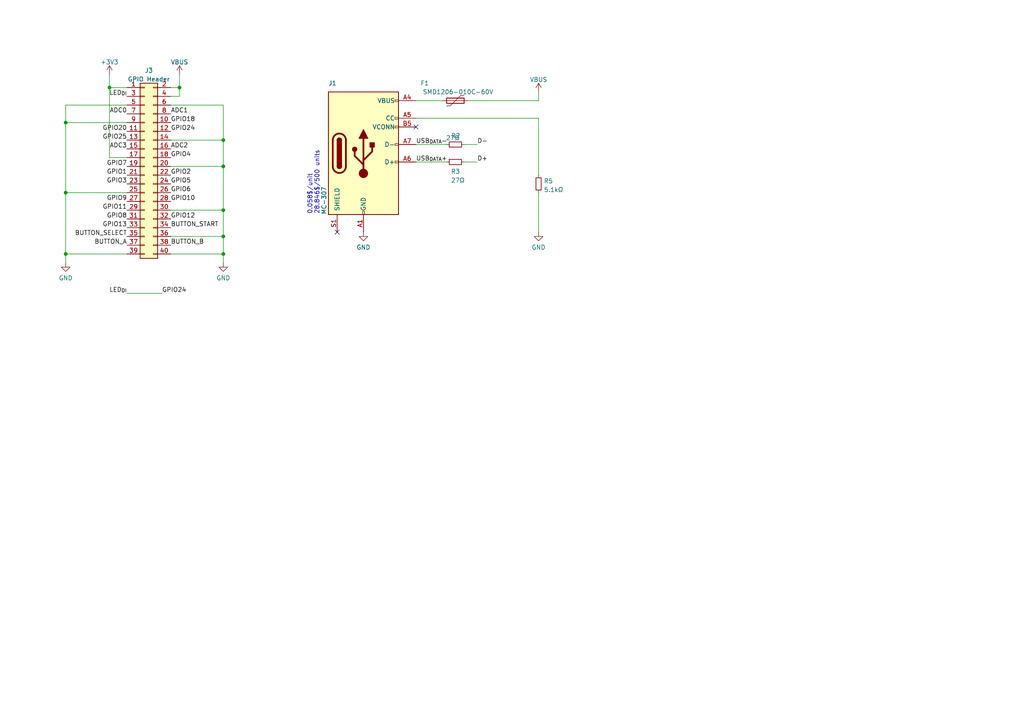
<source format=kicad_sch>
(kicad_sch (version 20211123) (generator eeschema)
  (paper "A4")
  (title_block (title "Soldering Induction (July 2022)") (date "2022-07-19") (rev "3.5.0") (company "UNSW Engineering Makerspace"))
  (lib_symbols
    (symbol "4ms_Power-symbol:GND" (power) (pin_names (offset 0))
      (property "Value" "GND" (at 0 -3.81 0))
      (symbol "GND_0_1"
        (polyline (pts (xy 0 0) (xy 0 -1.27) (xy 1.27 -1.27) (xy 0 -2.54) (xy -1.27 -1.27) (xy 0 -1.27)))
      )
      (symbol "GND_1_1"
        (pin power_in line (at 0 0 270) (length 0) hide (name "GND") (number "1"))
      )
    )
    (symbol "Connector:USB_C_Plug_USB2.0" (pin_names (offset 1.016))
      (property "Reference" "P" (at -10.16 19.05 0))
      (property "Value" "USB_C_Plug_USB2.0" (at 12.7 19.05 0))
      (symbol "USB_C_Plug_USB2.0_0_0"
        (rectangle (start -0.254 -17.78) (end 0.254 -16.764))
        (rectangle (start 10.16 -2.286) (end 9.144 -2.794))
        (rectangle (start 10.16 2.794) (end 9.144 2.286))
        (rectangle (start 10.16 7.874) (end 9.144 7.366))
        (rectangle (start 10.16 10.414) (end 9.144 9.906))
        (rectangle (start 10.16 15.494) (end 9.144 14.986))
      )
      (symbol "USB_C_Plug_USB2.0_0_1"
        (rectangle (start -10.16 17.78) (end 10.16 -17.78) (stroke (width 0.254)) (fill (type background)))
        (arc (start -8.89 -3.81) (mid -6.985 -5.715) (end -5.08 -3.81) (stroke (width 0.508)))
        (arc (start -7.62 -3.81) (mid -6.985 -4.445) (end -6.35 -3.81) (stroke (width 0.254)))
        (arc (start -7.62 -3.81) (mid -6.985 -4.445) (end -6.35 -3.81) (stroke (width 0.254)) (fill (type outline)))
        (rectangle (start -7.62 -3.81) (end -6.35 3.81) (stroke (width 0.254)) (fill (type outline)))
        (arc (start -6.35 3.81) (mid -6.985 4.445) (end -7.62 3.81) (stroke (width 0.254)))
        (arc (start -6.35 3.81) (mid -6.985 4.445) (end -7.62 3.81) (stroke (width 0.254)) (fill (type outline)))
        (arc (start -5.08 3.81) (mid -6.985 5.715) (end -8.89 3.81) (stroke (width 0.508)))
        (circle (center -2.54 1.143) (radius 0.635) (stroke (width 0.254)) (fill (type outline)))
        (circle (center 0 -5.842) (radius 1.27) (fill (type outline)))
        (polyline (pts (xy -8.89 -3.81) (xy -8.89 3.81)) (stroke (width 0.508)))
        (polyline (pts (xy -5.08 3.81) (xy -5.08 -3.81)) (stroke (width 0.508)))
        (polyline (pts (xy 0 -5.842) (xy 0 4.318)) (stroke (width 0.508)))
        (polyline (pts (xy 0 -3.302) (xy -2.54 -0.762) (xy -2.54 0.508)) (stroke (width 0.508)))
        (polyline (pts (xy 0 -2.032) (xy 2.54 0.508) (xy 2.54 1.778)) (stroke (width 0.508)))
        (polyline (pts (xy -1.27 4.318) (xy 0 6.858) (xy 1.27 4.318) (xy -1.27 4.318)) (stroke (width 0.254)) (fill (type outline)))
        (rectangle (start 1.905 1.778) (end 3.175 3.048) (stroke (width 0.254)) (fill (type outline)))
      )
      (symbol "USB_C_Plug_USB2.0_1_1"
        (pin passive line (at 0 -22.86 90) (length 5.08) (name "GND") (number "A1"))
        (pin passive line (at 0 -22.86 90) (length 5.08) hide (name "GND") (number "A12"))
        (pin passive line (at 15.24 15.24 180) (length 5.08) (name "VBUS") (number "A4"))
        (pin bidirectional line (at 15.24 10.16 180) (length 5.08) (name "CC") (number "A5"))
        (pin bidirectional line (at 15.24 -2.54 180) (length 5.08) (name "D+") (number "A6"))
        (pin bidirectional line (at 15.24 2.54 180) (length 5.08) (name "D-") (number "A7"))
        (pin passive line (at 15.24 15.24 180) (length 5.08) hide (name "VBUS") (number "A9"))
        (pin passive line (at 0 -22.86 90) (length 5.08) hide (name "GND") (number "B1"))
        (pin passive line (at 0 -22.86 90) (length 5.08) hide (name "GND") (number "B12"))
        (pin passive line (at 15.24 15.24 180) (length 5.08) hide (name "VBUS") (number "B4"))
        (pin bidirectional line (at 15.24 7.62 180) (length 5.08) (name "VCONN") (number "B5"))
        (pin passive line (at 15.24 15.24 180) (length 5.08) hide (name "VBUS") (number "B9"))
        (pin passive line (at -7.62 -22.86 90) (length 5.08) (name "SHIELD") (number "S1"))
      )
    )
    (symbol "Connector_Generic:Conn_02x20_Odd_Even" (pin_names (offset 1.016) hide)
      (property "Reference" "J" (at 1.27 25.4 0))
      (property "Value" "Conn_02x20_Odd_Even" (at 1.27 -27.94 0))
      (symbol "Conn_02x20_Odd_Even_1_1"
        (rectangle (start -1.27 -25.273) (end 0 -25.527) (stroke (width 0.1524)))
        (rectangle (start -1.27 -22.733) (end 0 -22.987) (stroke (width 0.1524)))
        (rectangle (start -1.27 -20.193) (end 0 -20.447) (stroke (width 0.1524)))
        (rectangle (start -1.27 -17.653) (end 0 -17.907) (stroke (width 0.1524)))
        (rectangle (start -1.27 -15.113) (end 0 -15.367) (stroke (width 0.1524)))
        (rectangle (start -1.27 -12.573) (end 0 -12.827) (stroke (width 0.1524)))
        (rectangle (start -1.27 -10.033) (end 0 -10.287) (stroke (width 0.1524)))
        (rectangle (start -1.27 -7.493) (end 0 -7.747) (stroke (width 0.1524)))
        (rectangle (start -1.27 -4.953) (end 0 -5.207) (stroke (width 0.1524)))
        (rectangle (start -1.27 -2.413) (end 0 -2.667) (stroke (width 0.1524)))
        (rectangle (start -1.27 0.127) (end 0 -0.127) (stroke (width 0.1524)))
        (rectangle (start -1.27 2.667) (end 0 2.413) (stroke (width 0.1524)))
        (rectangle (start -1.27 5.207) (end 0 4.953) (stroke (width 0.1524)))
        (rectangle (start -1.27 7.747) (end 0 7.493) (stroke (width 0.1524)))
        (rectangle (start -1.27 10.287) (end 0 10.033) (stroke (width 0.1524)))
        (rectangle (start -1.27 12.827) (end 0 12.573) (stroke (width 0.1524)))
        (rectangle (start -1.27 15.367) (end 0 15.113) (stroke (width 0.1524)))
        (rectangle (start -1.27 17.907) (end 0 17.653) (stroke (width 0.1524)))
        (rectangle (start -1.27 20.447) (end 0 20.193) (stroke (width 0.1524)))
        (rectangle (start -1.27 22.987) (end 0 22.733) (stroke (width 0.1524)))
        (rectangle (start -1.27 24.13) (end 3.81 -26.67) (stroke (width 0.254)) (fill (type background)))
        (rectangle (start 3.81 -25.273) (end 2.54 -25.527) (stroke (width 0.1524)))
        (rectangle (start 3.81 -22.733) (end 2.54 -22.987) (stroke (width 0.1524)))
        (rectangle (start 3.81 -20.193) (end 2.54 -20.447) (stroke (width 0.1524)))
        (rectangle (start 3.81 -17.653) (end 2.54 -17.907) (stroke (width 0.1524)))
        (rectangle (start 3.81 -15.113) (end 2.54 -15.367) (stroke (width 0.1524)))
        (rectangle (start 3.81 -12.573) (end 2.54 -12.827) (stroke (width 0.1524)))
        (rectangle (start 3.81 -10.033) (end 2.54 -10.287) (stroke (width 0.1524)))
        (rectangle (start 3.81 -7.493) (end 2.54 -7.747) (stroke (width 0.1524)))
        (rectangle (start 3.81 -4.953) (end 2.54 -5.207) (stroke (width 0.1524)))
        (rectangle (start 3.81 -2.413) (end 2.54 -2.667) (stroke (width 0.1524)))
        (rectangle (start 3.81 0.127) (end 2.54 -0.127) (stroke (width 0.1524)))
        (rectangle (start 3.81 2.667) (end 2.54 2.413) (stroke (width 0.1524)))
        (rectangle (start 3.81 5.207) (end 2.54 4.953) (stroke (width 0.1524)))
        (rectangle (start 3.81 7.747) (end 2.54 7.493) (stroke (width 0.1524)))
        (rectangle (start 3.81 10.287) (end 2.54 10.033) (stroke (width 0.1524)))
        (rectangle (start 3.81 12.827) (end 2.54 12.573) (stroke (width 0.1524)))
        (rectangle (start 3.81 15.367) (end 2.54 15.113) (stroke (width 0.1524)))
        (rectangle (start 3.81 17.907) (end 2.54 17.653) (stroke (width 0.1524)))
        (rectangle (start 3.81 20.447) (end 2.54 20.193) (stroke (width 0.1524)))
        (rectangle (start 3.81 22.987) (end 2.54 22.733) (stroke (width 0.1524)))
        (pin passive line (at -5.08 22.86 0) (length 3.81) (name "Pin_1") (number "1"))
        (pin passive line (at 7.62 12.7 180) (length 3.81) (name "Pin_10") (number "10"))
        (pin passive line (at -5.08 10.16 0) (length 3.81) (name "Pin_11") (number "11"))
        (pin passive line (at 7.62 10.16 180) (length 3.81) (name "Pin_12") (number "12"))
        (pin passive line (at -5.08 7.62 0) (length 3.81) (name "Pin_13") (number "13"))
        (pin passive line (at 7.62 7.62 180) (length 3.81) (name "Pin_14") (number "14"))
        (pin passive line (at -5.08 5.08 0) (length 3.81) (name "Pin_15") (number "15"))
        (pin passive line (at 7.62 5.08 180) (length 3.81) (name "Pin_16") (number "16"))
        (pin passive line (at -5.08 2.54 0) (length 3.81) (name "Pin_17") (number "17"))
        (pin passive line (at 7.62 2.54 180) (length 3.81) (name "Pin_18") (number "18"))
        (pin passive line (at -5.08 0 0) (length 3.81) (name "Pin_19") (number "19"))
        (pin passive line (at 7.62 22.86 180) (length 3.81) (name "Pin_2") (number "2"))
        (pin passive line (at 7.62 0 180) (length 3.81) (name "Pin_20") (number "20"))
        (pin passive line (at -5.08 -2.54 0) (length 3.81) (name "Pin_21") (number "21"))
        (pin passive line (at 7.62 -2.54 180) (length 3.81) (name "Pin_22") (number "22"))
        (pin passive line (at -5.08 -5.08 0) (length 3.81) (name "Pin_23") (number "23"))
        (pin passive line (at 7.62 -5.08 180) (length 3.81) (name "Pin_24") (number "24"))
        (pin passive line (at -5.08 -7.62 0) (length 3.81) (name "Pin_25") (number "25"))
        (pin passive line (at 7.62 -7.62 180) (length 3.81) (name "Pin_26") (number "26"))
        (pin passive line (at -5.08 -10.16 0) (length 3.81) (name "Pin_27") (number "27"))
        (pin passive line (at 7.62 -10.16 180) (length 3.81) (name "Pin_28") (number "28"))
        (pin passive line (at -5.08 -12.7 0) (length 3.81) (name "Pin_29") (number "29"))
        (pin passive line (at -5.08 20.32 0) (length 3.81) (name "Pin_3") (number "3"))
        (pin passive line (at 7.62 -12.7 180) (length 3.81) (name "Pin_30") (number "30"))
        (pin passive line (at -5.08 -15.24 0) (length 3.81) (name "Pin_31") (number "31"))
        (pin passive line (at 7.62 -15.24 180) (length 3.81) (name "Pin_32") (number "32"))
        (pin passive line (at -5.08 -17.78 0) (length 3.81) (name "Pin_33") (number "33"))
        (pin passive line (at 7.62 -17.78 180) (length 3.81) (name "Pin_34") (number "34"))
        (pin passive line (at -5.08 -20.32 0) (length 3.81) (name "Pin_35") (number "35"))
        (pin passive line (at 7.62 -20.32 180) (length 3.81) (name "Pin_36") (number "36"))
        (pin passive line (at -5.08 -22.86 0) (length 3.81) (name "Pin_37") (number "37"))
        (pin passive line (at 7.62 -22.86 180) (length 3.81) (name "Pin_38") (number "38"))
        (pin passive line (at -5.08 -25.4 0) (length 3.81) (name "Pin_39") (number "39"))
        (pin passive line (at 7.62 20.32 180) (length 3.81) (name "Pin_4") (number "4"))
        (pin passive line (at 7.62 -25.4 180) (length 3.81) (name "Pin_40") (number "40"))
        (pin passive line (at -5.08 17.78 0) (length 3.81) (name "Pin_5") (number "5"))
        (pin passive line (at 7.62 17.78 180) (length 3.81) (name "Pin_6") (number "6"))
        (pin passive line (at -5.08 15.24 0) (length 3.81) (name "Pin_7") (number "7"))
        (pin passive line (at 7.62 15.24 180) (length 3.81) (name "Pin_8") (number "8"))
        (pin passive line (at -5.08 12.7 0) (length 3.81) (name "Pin_9") (number "9"))
      )
    )
    (symbol "Device:Polyfuse" (pin_numbers hide) (pin_names (offset 0))
      (property "Reference" "F" (at -2.54 0 90))
      (property "Value" "Polyfuse" (at 2.54 0 90))
      (symbol "Polyfuse_0_1"
        (rectangle (start -0.762 2.54) (end 0.762 -2.54) (stroke (width 0.254)))
        (polyline (pts (xy 0 2.54) (xy 0 -2.54)))
        (polyline (pts (xy -1.524 2.54) (xy -1.524 1.524) (xy 1.524 -1.524) (xy 1.524 -2.54)))
      )
      (symbol "Polyfuse_1_1"
        (pin passive line (at 0 3.81 270) (length 1.27) (name "~") (number "1"))
        (pin passive line (at 0 -3.81 90) (length 1.27) (name "~") (number "2"))
      )
    )
    (symbol "Device:R_Small" (pin_numbers hide) (pin_names (offset 0.254) hide)
      (property "Reference" "R" (at 0.762 0.508 0))
      (property "Value" "R_Small" (at 0.762 -1.016 0))
      (symbol "R_Small_0_1"
        (rectangle (start -0.762 1.778) (end 0.762 -1.778) (stroke (width 0.2032)))
      )
      (symbol "R_Small_1_1"
        (pin passive line (at 0 2.54 270) (length 0.762) (name "~") (number "1"))
        (pin passive line (at 0 -2.54 90) (length 0.762) (name "~") (number "2"))
      )
    )
    (symbol "power:+3V3" (power) (pin_names (offset 0))
      (property "Value" "+3V3" (at 0 3.556 0))
      (symbol "+3V3_0_1"
        (polyline (pts (xy -0.762 1.27) (xy 0 2.54)))
        (polyline (pts (xy 0 0) (xy 0 2.54)))
        (polyline (pts (xy 0 2.54) (xy 0.762 1.27)))
      )
      (symbol "+3V3_1_1"
        (pin power_in line (at 0 0 90) (length 0) hide (name "+3V3") (number "1"))
      )
    )
    (symbol "power:VBUS" (power) (pin_names (offset 0))
      (property "Value" "VBUS" (at 0 3.81 0))
      (symbol "VBUS_0_1"
        (polyline (pts (xy -0.762 1.27) (xy 0 2.54)))
        (polyline (pts (xy 0 0) (xy 0 2.54)))
        (polyline (pts (xy 0 2.54) (xy 0.762 1.27)))
      )
      (symbol "VBUS_1_1"
        (pin power_in line (at 0 0 90) (length 0) hide (name "VBUS") (number "1"))
      )
    )
  )
  (junction (at 31.75 25.4))
  (junction (at 64.77 68.58))
  (junction (at 64.77 40.64))
  (junction (at 52.07 25.4))
  (junction (at 64.77 73.66))
  (junction (at 64.77 60.96))
  (junction (at 64.77 48.26))
  (junction (at 19.05 73.66))
  (junction (at 19.05 55.88))
  (junction (at 19.05 35.56))
  (no_connect (at 97.79 67.31))
  (no_connect (at 120.65 36.83))
  (wire (pts (xy 36.83 85.09) (xy 46.99 85.09)))
  (wire (pts (xy 120.65 46.99) (xy 129.54 46.99)))
  (wire (pts (xy 135.89 29.21) (xy 156.21 29.21)))
  (wire (pts (xy 36.83 30.48) (xy 19.05 30.48)))
  (wire (pts (xy 49.53 30.48) (xy 64.77 30.48)))
  (wire (pts (xy 156.21 55.88) (xy 156.21 67.31)))
  (wire (pts (xy 19.05 73.66) (xy 36.83 73.66)))
  (wire (pts (xy 156.21 34.29) (xy 156.21 50.8)))
  (wire (pts (xy 49.53 73.66) (xy 64.77 73.66)))
  (wire (pts (xy 49.53 48.26) (xy 64.77 48.26)))
  (wire (pts (xy 134.62 46.99) (xy 138.43 46.99)))
  (wire (pts (xy 120.65 41.91) (xy 129.54 41.91)))
  (wire (pts (xy 156.21 26.67) (xy 156.21 29.21)))
  (wire (pts (xy 52.07 25.4) (xy 52.07 21.59)))
  (wire (pts (xy 64.77 73.66) (xy 64.77 76.2)))
  (wire (pts (xy 49.53 60.96) (xy 64.77 60.96)))
  (wire (pts (xy 120.65 29.21) (xy 128.27 29.21)))
  (wire (pts (xy 52.07 27.94) (xy 52.07 25.4)))
  (wire (pts (xy 36.83 35.56) (xy 19.05 35.56)))
  (wire (pts (xy 64.77 48.26) (xy 64.77 60.96)))
  (wire (pts (xy 19.05 55.88) (xy 19.05 73.66)))
  (wire (pts (xy 134.62 41.91) (xy 138.43 41.91)))
  (wire (pts (xy 19.05 30.48) (xy 19.05 35.56)))
  (wire (pts (xy 49.53 68.58) (xy 64.77 68.58)))
  (wire (pts (xy 19.05 73.66) (xy 19.05 76.2)))
  (wire (pts (xy 49.53 40.64) (xy 64.77 40.64)))
  (wire (pts (xy 49.53 27.94) (xy 52.07 27.94)))
  (wire (pts (xy 120.65 34.29) (xy 156.21 34.29)))
  (wire (pts (xy 19.05 55.88) (xy 36.83 55.88)))
  (wire (pts (xy 31.75 25.4) (xy 31.75 45.72)))
  (wire (pts (xy 64.77 30.48) (xy 64.77 40.64)))
  (wire (pts (xy 49.53 25.4) (xy 52.07 25.4)))
  (wire (pts (xy 31.75 45.72) (xy 36.83 45.72)))
  (wire (pts (xy 64.77 60.96) (xy 64.77 68.58)))
  (wire (pts (xy 31.75 21.59) (xy 31.75 25.4)))
  (wire (pts (xy 64.77 40.64) (xy 64.77 48.26)))
  (wire (pts (xy 64.77 68.58) (xy 64.77 73.66)))
  (wire (pts (xy 31.75 25.4) (xy 36.83 25.4)))
  (wire (pts (xy 19.05 35.56) (xy 19.05 55.88)))
  (text "0.058$/unit\n28.846$/500 units" (at 92.71 62.23 90) (effects (font (size 1.27 1.27)) (justify left bottom)))
  (label "ADC0" (at 36.83 33.02 180))
  (label "GPIO9" (at 36.83 58.42 180))
  (label "GPIO4" (at 49.53 45.72 0))
  (label "USB_{DATA}+" (at 120.65 46.99 0))
  (label "GPIO24" (at 46.99 85.09 0))
  (label "ADC2" (at 49.53 43.18 0))
  (label "ADC1" (at 49.53 33.02 0))
  (label "GPIO20" (at 36.83 38.1 180))
  (label "GPIO25" (at 36.83 40.64 180))
  (label "LED_{DI}" (at 36.83 85.09 180))
  (label "D-" (at 138.43 41.91 0))
  (label "BUTTON_B" (at 49.53 71.12 0))
  (label "GPIO6" (at 49.53 55.88 0))
  (label "GPIO12" (at 49.53 63.5 0))
  (label "LED_{DI}" (at 36.83 27.94 180))
  (label "GPIO11" (at 36.83 60.96 180))
  (label "USB_{DATA}-" (at 120.65 41.91 0))
  (label "ADC3" (at 36.83 43.18 180))
  (label "GPIO18" (at 49.53 35.56 0))
  (label "GPIO2" (at 49.53 50.8 0))
  (label "GPIO3" (at 36.83 53.34 180))
  (label "GPIO10" (at 49.53 58.42 0))
  (label "GPIO24" (at 49.53 38.1 0))
  (label "BUTTON_A" (at 36.83 71.12 180))
  (label "BUTTON_START" (at 49.53 66.04 0))
  (label "GPIO8" (at 36.83 63.5 180))
  (label "GPIO13" (at 36.83 66.04 180))
  (label "GPIO7" (at 36.83 48.26 180))
  (label "D+" (at 138.43 46.99 0))
  (label "GPIO1" (at 36.83 50.8 180))
  (label "BUTTON_SELECT" (at 36.83 68.58 180))
  (label "GPIO5" (at 49.53 53.34 0))
  (symbol (lib_id "Device:R_Small") (at 132.08 41.91 90) (unit 1)
    (property "Reference" "R2" (at 130.81 39.37 90) (effects (justify right)))
    (property "Value" "27Ω" (at 133.3992 40.0105 90) (effects (justify left)))
    (property "Footprint" "Resistor_SMD:R_0603_1608Metric" (effects hide))
  )
  (symbol (lib_id "power:VBUS") (at 52.07 21.59 0) (unit 1)
    (property "Reference" "#PWR0165" (effects hide))
    (property "Value" "VBUS" (at 52.07 18.0142 0))
  )
  (symbol (lib_id "power:+3V3") (at 31.75 21.59 0) (unit 1)
    (property "Reference" "#PWR0166" (effects hide))
    (property "Value" "+3V3" (at 31.75 18.0142 0))
  )
  (symbol (lib_id "4ms_Power-symbol:GND") (at 156.21 67.31 0) (unit 1)
    (property "Reference" "#PWR0121" (effects hide))
    (property "Value" "GND" (at 156.21 71.7534 0))
  )
  (symbol (lib_id "power:VBUS") (at 156.21 26.67 0) (unit 1)
    (property "Reference" "#PWR0123" (effects hide))
    (property "Value" "VBUS" (at 156.21 23.0942 0))
  )
  (symbol (lib_id "Connector_Generic:Conn_02x20_Odd_Even") (at 41.91 48.26 0) (unit 1) (in_bom no)
    (property "Reference" "J3" (at 43.18 20.4302 0))
    (property "Value" "GPIO Header" (at 43.18 22.9671 0))
    (property "Footprint" "Connector_PinHeader_2.54mm:PinHeader_2x20_P2.54mm_Vertical" (effects hide))
  )
  (symbol (lib_id "Device:Polyfuse") (at 132.08 29.21 90) (unit 1)
    (property "Reference" "F1" (at 123.19 24.13 90))
    (property "Value" "SMD1206-010C-60V " (at 133.35 26.67 90))
    (property "Footprint" "Fuse:Fuse_1206_3216Metric" (effects hide))
  )
  (symbol (lib_id "Connector:USB_C_Plug_USB2.0") (at 105.41 44.45 0) (unit 1)
    (property "Reference" "J1" (at 95.25 24.13 0) (effects (justify left)))
    (property "Value" "MC-307" (at 93.98 62.23 90) (effects (justify left)))
    (property "Footprint" "Connector_USB:USB_C_Receptacle_Palconn_UTC16-G" (effects hide))
    (property "Datasheet" "https://www.usb.org/sites/default/files/documents/usb_type-c.zip" (effects hide))
  )
  (symbol (lib_id "4ms_Power-symbol:GND") (at 105.41 67.31 0) (unit 1)
    (property "Reference" "#PWR0122" (effects hide))
    (property "Value" "GND" (at 105.41 71.7534 0))
  )
  (symbol (lib_id "4ms_Power-symbol:GND") (at 19.05 76.2 0) (unit 1)
    (property "Reference" "#PWR0150" (effects hide))
    (property "Value" "GND" (at 19.05 80.6434 0))
  )
  (symbol (lib_id "Device:R_Small") (at 156.21 53.34 0) (unit 1)
    (property "Reference" "R5" (at 157.7086 52.5053 0) (effects (justify left)))
    (property "Value" "5.1kΩ" (at 157.7086 55.0422 0) (effects (justify left)))
    (property "Footprint" "Resistor_SMD:R_0805_2012Metric" (effects hide))
  )
  (symbol (lib_id "Device:R_Small") (at 132.08 46.99 90) (unit 1)
    (property "Reference" "R3" (at 130.7609 49.757 90) (effects (justify right)))
    (property "Value" "27Ω" (at 130.7609 52.2939 90) (effects (justify right)))
    (property "Footprint" "Resistor_SMD:R_0603_1608Metric" (effects hide))
  )
  (symbol (lib_id "4ms_Power-symbol:GND") (at 64.77 76.2 0) (unit 1)
    (property "Reference" "#PWR0167" (effects hide))
    (property "Value" "GND" (at 64.77 80.6434 0))
  )
)
</source>
